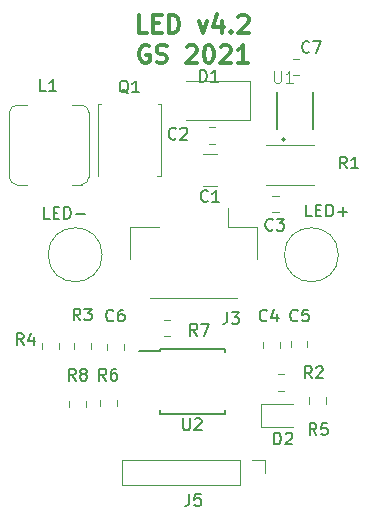
<source format=gbr>
%TF.GenerationSoftware,KiCad,Pcbnew,5.1.6+dfsg1-1*%
%TF.CreationDate,2021-04-16T09:38:54+02:00*%
%TF.ProjectId,buck_3a_v4,6275636b-5f33-4615-9f76-342e6b696361,rev?*%
%TF.SameCoordinates,Original*%
%TF.FileFunction,Legend,Top*%
%TF.FilePolarity,Positive*%
%FSLAX46Y46*%
G04 Gerber Fmt 4.6, Leading zero omitted, Abs format (unit mm)*
G04 Created by KiCad (PCBNEW 5.1.6+dfsg1-1) date 2021-04-16 09:38:54*
%MOMM*%
%LPD*%
G01*
G04 APERTURE LIST*
%ADD10C,0.300000*%
%ADD11C,0.120000*%
%ADD12C,0.150000*%
%ADD13C,0.127000*%
%ADD14C,0.200000*%
%ADD15C,0.015000*%
G04 APERTURE END LIST*
D10*
X46107142Y-31203571D02*
X45392857Y-31203571D01*
X45392857Y-29703571D01*
X46607142Y-30417857D02*
X47107142Y-30417857D01*
X47321428Y-31203571D02*
X46607142Y-31203571D01*
X46607142Y-29703571D01*
X47321428Y-29703571D01*
X47964285Y-31203571D02*
X47964285Y-29703571D01*
X48321428Y-29703571D01*
X48535714Y-29775000D01*
X48678571Y-29917857D01*
X48750000Y-30060714D01*
X48821428Y-30346428D01*
X48821428Y-30560714D01*
X48750000Y-30846428D01*
X48678571Y-30989285D01*
X48535714Y-31132142D01*
X48321428Y-31203571D01*
X47964285Y-31203571D01*
X50464285Y-30203571D02*
X50821428Y-31203571D01*
X51178571Y-30203571D01*
X52392857Y-30203571D02*
X52392857Y-31203571D01*
X52035714Y-29632142D02*
X51678571Y-30703571D01*
X52607142Y-30703571D01*
X53178571Y-31060714D02*
X53250000Y-31132142D01*
X53178571Y-31203571D01*
X53107142Y-31132142D01*
X53178571Y-31060714D01*
X53178571Y-31203571D01*
X53821428Y-29846428D02*
X53892857Y-29775000D01*
X54035714Y-29703571D01*
X54392857Y-29703571D01*
X54535714Y-29775000D01*
X54607142Y-29846428D01*
X54678571Y-29989285D01*
X54678571Y-30132142D01*
X54607142Y-30346428D01*
X53750000Y-31203571D01*
X54678571Y-31203571D01*
X46250000Y-32325000D02*
X46107142Y-32253571D01*
X45892857Y-32253571D01*
X45678571Y-32325000D01*
X45535714Y-32467857D01*
X45464285Y-32610714D01*
X45392857Y-32896428D01*
X45392857Y-33110714D01*
X45464285Y-33396428D01*
X45535714Y-33539285D01*
X45678571Y-33682142D01*
X45892857Y-33753571D01*
X46035714Y-33753571D01*
X46250000Y-33682142D01*
X46321428Y-33610714D01*
X46321428Y-33110714D01*
X46035714Y-33110714D01*
X46892857Y-33682142D02*
X47107142Y-33753571D01*
X47464285Y-33753571D01*
X47607142Y-33682142D01*
X47678571Y-33610714D01*
X47750000Y-33467857D01*
X47750000Y-33325000D01*
X47678571Y-33182142D01*
X47607142Y-33110714D01*
X47464285Y-33039285D01*
X47178571Y-32967857D01*
X47035714Y-32896428D01*
X46964285Y-32825000D01*
X46892857Y-32682142D01*
X46892857Y-32539285D01*
X46964285Y-32396428D01*
X47035714Y-32325000D01*
X47178571Y-32253571D01*
X47535714Y-32253571D01*
X47750000Y-32325000D01*
X49464285Y-32396428D02*
X49535714Y-32325000D01*
X49678571Y-32253571D01*
X50035714Y-32253571D01*
X50178571Y-32325000D01*
X50250000Y-32396428D01*
X50321428Y-32539285D01*
X50321428Y-32682142D01*
X50250000Y-32896428D01*
X49392857Y-33753571D01*
X50321428Y-33753571D01*
X51250000Y-32253571D02*
X51392857Y-32253571D01*
X51535714Y-32325000D01*
X51607142Y-32396428D01*
X51678571Y-32539285D01*
X51750000Y-32825000D01*
X51750000Y-33182142D01*
X51678571Y-33467857D01*
X51607142Y-33610714D01*
X51535714Y-33682142D01*
X51392857Y-33753571D01*
X51250000Y-33753571D01*
X51107142Y-33682142D01*
X51035714Y-33610714D01*
X50964285Y-33467857D01*
X50892857Y-33182142D01*
X50892857Y-32825000D01*
X50964285Y-32539285D01*
X51035714Y-32396428D01*
X51107142Y-32325000D01*
X51250000Y-32253571D01*
X52321428Y-32396428D02*
X52392857Y-32325000D01*
X52535714Y-32253571D01*
X52892857Y-32253571D01*
X53035714Y-32325000D01*
X53107142Y-32396428D01*
X53178571Y-32539285D01*
X53178571Y-32682142D01*
X53107142Y-32896428D01*
X52250000Y-33753571D01*
X53178571Y-33753571D01*
X54607142Y-33753571D02*
X53750000Y-33753571D01*
X54178571Y-33753571D02*
X54178571Y-32253571D01*
X54035714Y-32467857D01*
X53892857Y-32610714D01*
X53750000Y-32682142D01*
D11*
%TO.C,R8*%
X39490000Y-62341422D02*
X39490000Y-62858578D01*
X40910000Y-62341422D02*
X40910000Y-62858578D01*
%TO.C,C3*%
X56703922Y-46410000D02*
X57221078Y-46410000D01*
X56703922Y-44990000D02*
X57221078Y-44990000D01*
%TO.C,C7*%
X58441422Y-34810000D02*
X58958578Y-34810000D01*
X58441422Y-33390000D02*
X58958578Y-33390000D01*
%TO.C,C1*%
X52002064Y-41440000D02*
X50797936Y-41440000D01*
X52002064Y-44160000D02*
X50797936Y-44160000D01*
%TO.C,L1*%
X41160000Y-37950000D02*
X41160000Y-43450000D01*
X40550000Y-44060000D02*
X39700000Y-44060000D01*
X39700000Y-37340000D02*
X40550000Y-37340000D01*
X35050000Y-37340000D02*
X35900000Y-37340000D01*
X34440000Y-43450000D02*
X34440000Y-37950000D01*
X35900000Y-44060000D02*
X35050000Y-44060000D01*
X40550000Y-37340000D02*
G75*
G02*
X41160000Y-37950000I0J-610000D01*
G01*
X41160000Y-43450000D02*
G75*
G02*
X40550000Y-44060000I-610000J0D01*
G01*
X34440000Y-37950000D02*
G75*
G02*
X35050000Y-37340000I610000J0D01*
G01*
X35050000Y-44060000D02*
G75*
G02*
X34440000Y-43450000I0J610000D01*
G01*
%TO.C,D1*%
X54800000Y-38550000D02*
X49400000Y-38550000D01*
X54800000Y-35250000D02*
X49400000Y-35250000D01*
X54800000Y-38550000D02*
X54800000Y-35250000D01*
%TO.C,C6*%
X42690000Y-58058578D02*
X42690000Y-57541422D01*
X44110000Y-58058578D02*
X44110000Y-57541422D01*
%TO.C,LED+*%
X62286000Y-50000000D02*
G75*
G03*
X62286000Y-50000000I-2286000J0D01*
G01*
%TO.C,LED-*%
X42286000Y-50000000D02*
G75*
G03*
X42286000Y-50000000I-2286000J0D01*
G01*
%TO.C,J3*%
X53690000Y-53660000D02*
X46310000Y-53660000D01*
X44640000Y-47640000D02*
X47090000Y-47640000D01*
X44640000Y-50390000D02*
X44640000Y-47640000D01*
X52910000Y-47640000D02*
X52910000Y-46050000D01*
X55360000Y-47640000D02*
X52910000Y-47640000D01*
X55360000Y-50390000D02*
X55360000Y-47640000D01*
%TO.C,J5*%
X56056000Y-67406000D02*
X56056000Y-68466000D01*
X54996000Y-67406000D02*
X56056000Y-67406000D01*
X53996000Y-67406000D02*
X53996000Y-69526000D01*
X53996000Y-69526000D02*
X43936000Y-69526000D01*
X53996000Y-67406000D02*
X43936000Y-67406000D01*
X43936000Y-67406000D02*
X43936000Y-69526000D01*
D12*
%TO.C,U2*%
X47146000Y-58166000D02*
X45396000Y-58166000D01*
X47146000Y-63471000D02*
X52646000Y-63471000D01*
X47146000Y-57961000D02*
X52646000Y-57961000D01*
X47146000Y-63471000D02*
X47146000Y-63171000D01*
X52646000Y-63471000D02*
X52646000Y-63171000D01*
X52646000Y-57961000D02*
X52646000Y-58261000D01*
X47146000Y-57961000D02*
X47146000Y-58166000D01*
D13*
%TO.C,U1*%
X60150000Y-39350000D02*
X60150000Y-36250000D01*
X57050000Y-39350000D02*
X57050000Y-36250000D01*
D14*
X57750000Y-40245000D02*
G75*
G03*
X57750000Y-40245000I-100000J0D01*
G01*
D11*
%TO.C,R7*%
X47541422Y-56910000D02*
X48058578Y-56910000D01*
X47541422Y-55490000D02*
X48058578Y-55490000D01*
%TO.C,R6*%
X43556000Y-62837078D02*
X43556000Y-62319922D01*
X42136000Y-62837078D02*
X42136000Y-62319922D01*
%TO.C,R5*%
X61210000Y-62596078D02*
X61210000Y-62078922D01*
X59790000Y-62596078D02*
X59790000Y-62078922D01*
%TO.C,R4*%
X38656000Y-57974578D02*
X38656000Y-57457422D01*
X37236000Y-57974578D02*
X37236000Y-57457422D01*
%TO.C,R3*%
X39886000Y-57457422D02*
X39886000Y-57974578D01*
X41306000Y-57457422D02*
X41306000Y-57974578D01*
%TO.C,R2*%
X57704578Y-60106000D02*
X57187422Y-60106000D01*
X57704578Y-61526000D02*
X57187422Y-61526000D01*
%TO.C,R1*%
X60252064Y-40690000D02*
X56147936Y-40690000D01*
X60252064Y-44110000D02*
X56147936Y-44110000D01*
%TO.C,Q1*%
X42215000Y-37240000D02*
X41915000Y-37240000D01*
X46985000Y-37240000D02*
X47285000Y-37240000D01*
X46935000Y-43360000D02*
X47285000Y-43360000D01*
X41915000Y-37240000D02*
X41915000Y-43360000D01*
X47285000Y-37240000D02*
X47285000Y-43360000D01*
%TO.C,D2*%
X55752500Y-64560000D02*
X58437500Y-64560000D01*
X55752500Y-62640000D02*
X55752500Y-64560000D01*
X58437500Y-62640000D02*
X55752500Y-62640000D01*
%TO.C,C5*%
X59656000Y-57837078D02*
X59656000Y-57319922D01*
X58236000Y-57837078D02*
X58236000Y-57319922D01*
%TO.C,C4*%
X57356000Y-57874578D02*
X57356000Y-57357422D01*
X55936000Y-57874578D02*
X55936000Y-57357422D01*
%TO.C,C2*%
X51858578Y-39190000D02*
X51341422Y-39190000D01*
X51858578Y-40610000D02*
X51341422Y-40610000D01*
%TO.C,R8*%
D12*
X40033333Y-60652380D02*
X39700000Y-60176190D01*
X39461904Y-60652380D02*
X39461904Y-59652380D01*
X39842857Y-59652380D01*
X39938095Y-59700000D01*
X39985714Y-59747619D01*
X40033333Y-59842857D01*
X40033333Y-59985714D01*
X39985714Y-60080952D01*
X39938095Y-60128571D01*
X39842857Y-60176190D01*
X39461904Y-60176190D01*
X40604761Y-60080952D02*
X40509523Y-60033333D01*
X40461904Y-59985714D01*
X40414285Y-59890476D01*
X40414285Y-59842857D01*
X40461904Y-59747619D01*
X40509523Y-59700000D01*
X40604761Y-59652380D01*
X40795238Y-59652380D01*
X40890476Y-59700000D01*
X40938095Y-59747619D01*
X40985714Y-59842857D01*
X40985714Y-59890476D01*
X40938095Y-59985714D01*
X40890476Y-60033333D01*
X40795238Y-60080952D01*
X40604761Y-60080952D01*
X40509523Y-60128571D01*
X40461904Y-60176190D01*
X40414285Y-60271428D01*
X40414285Y-60461904D01*
X40461904Y-60557142D01*
X40509523Y-60604761D01*
X40604761Y-60652380D01*
X40795238Y-60652380D01*
X40890476Y-60604761D01*
X40938095Y-60557142D01*
X40985714Y-60461904D01*
X40985714Y-60271428D01*
X40938095Y-60176190D01*
X40890476Y-60128571D01*
X40795238Y-60080952D01*
%TO.C,C3*%
X56733333Y-47857142D02*
X56685714Y-47904761D01*
X56542857Y-47952380D01*
X56447619Y-47952380D01*
X56304761Y-47904761D01*
X56209523Y-47809523D01*
X56161904Y-47714285D01*
X56114285Y-47523809D01*
X56114285Y-47380952D01*
X56161904Y-47190476D01*
X56209523Y-47095238D01*
X56304761Y-47000000D01*
X56447619Y-46952380D01*
X56542857Y-46952380D01*
X56685714Y-47000000D01*
X56733333Y-47047619D01*
X57066666Y-46952380D02*
X57685714Y-46952380D01*
X57352380Y-47333333D01*
X57495238Y-47333333D01*
X57590476Y-47380952D01*
X57638095Y-47428571D01*
X57685714Y-47523809D01*
X57685714Y-47761904D01*
X57638095Y-47857142D01*
X57590476Y-47904761D01*
X57495238Y-47952380D01*
X57209523Y-47952380D01*
X57114285Y-47904761D01*
X57066666Y-47857142D01*
%TO.C,C7*%
X59833333Y-32807142D02*
X59785714Y-32854761D01*
X59642857Y-32902380D01*
X59547619Y-32902380D01*
X59404761Y-32854761D01*
X59309523Y-32759523D01*
X59261904Y-32664285D01*
X59214285Y-32473809D01*
X59214285Y-32330952D01*
X59261904Y-32140476D01*
X59309523Y-32045238D01*
X59404761Y-31950000D01*
X59547619Y-31902380D01*
X59642857Y-31902380D01*
X59785714Y-31950000D01*
X59833333Y-31997619D01*
X60166666Y-31902380D02*
X60833333Y-31902380D01*
X60404761Y-32902380D01*
%TO.C,C1*%
X51233333Y-45437142D02*
X51185714Y-45484761D01*
X51042857Y-45532380D01*
X50947619Y-45532380D01*
X50804761Y-45484761D01*
X50709523Y-45389523D01*
X50661904Y-45294285D01*
X50614285Y-45103809D01*
X50614285Y-44960952D01*
X50661904Y-44770476D01*
X50709523Y-44675238D01*
X50804761Y-44580000D01*
X50947619Y-44532380D01*
X51042857Y-44532380D01*
X51185714Y-44580000D01*
X51233333Y-44627619D01*
X52185714Y-45532380D02*
X51614285Y-45532380D01*
X51900000Y-45532380D02*
X51900000Y-44532380D01*
X51804761Y-44675238D01*
X51709523Y-44770476D01*
X51614285Y-44818095D01*
%TO.C,L1*%
X37533333Y-36152380D02*
X37057142Y-36152380D01*
X37057142Y-35152380D01*
X38390476Y-36152380D02*
X37819047Y-36152380D01*
X38104761Y-36152380D02*
X38104761Y-35152380D01*
X38009523Y-35295238D01*
X37914285Y-35390476D01*
X37819047Y-35438095D01*
%TO.C,D1*%
X50561904Y-35352380D02*
X50561904Y-34352380D01*
X50800000Y-34352380D01*
X50942857Y-34400000D01*
X51038095Y-34495238D01*
X51085714Y-34590476D01*
X51133333Y-34780952D01*
X51133333Y-34923809D01*
X51085714Y-35114285D01*
X51038095Y-35209523D01*
X50942857Y-35304761D01*
X50800000Y-35352380D01*
X50561904Y-35352380D01*
X52085714Y-35352380D02*
X51514285Y-35352380D01*
X51800000Y-35352380D02*
X51800000Y-34352380D01*
X51704761Y-34495238D01*
X51609523Y-34590476D01*
X51514285Y-34638095D01*
%TO.C,C6*%
X43233333Y-55557142D02*
X43185714Y-55604761D01*
X43042857Y-55652380D01*
X42947619Y-55652380D01*
X42804761Y-55604761D01*
X42709523Y-55509523D01*
X42661904Y-55414285D01*
X42614285Y-55223809D01*
X42614285Y-55080952D01*
X42661904Y-54890476D01*
X42709523Y-54795238D01*
X42804761Y-54700000D01*
X42947619Y-54652380D01*
X43042857Y-54652380D01*
X43185714Y-54700000D01*
X43233333Y-54747619D01*
X44090476Y-54652380D02*
X43900000Y-54652380D01*
X43804761Y-54700000D01*
X43757142Y-54747619D01*
X43661904Y-54890476D01*
X43614285Y-55080952D01*
X43614285Y-55461904D01*
X43661904Y-55557142D01*
X43709523Y-55604761D01*
X43804761Y-55652380D01*
X43995238Y-55652380D01*
X44090476Y-55604761D01*
X44138095Y-55557142D01*
X44185714Y-55461904D01*
X44185714Y-55223809D01*
X44138095Y-55128571D01*
X44090476Y-55080952D01*
X43995238Y-55033333D01*
X43804761Y-55033333D01*
X43709523Y-55080952D01*
X43661904Y-55128571D01*
X43614285Y-55223809D01*
%TO.C,LED+*%
X60038095Y-46752380D02*
X59561904Y-46752380D01*
X59561904Y-45752380D01*
X60371428Y-46228571D02*
X60704761Y-46228571D01*
X60847619Y-46752380D02*
X60371428Y-46752380D01*
X60371428Y-45752380D01*
X60847619Y-45752380D01*
X61276190Y-46752380D02*
X61276190Y-45752380D01*
X61514285Y-45752380D01*
X61657142Y-45800000D01*
X61752380Y-45895238D01*
X61800000Y-45990476D01*
X61847619Y-46180952D01*
X61847619Y-46323809D01*
X61800000Y-46514285D01*
X61752380Y-46609523D01*
X61657142Y-46704761D01*
X61514285Y-46752380D01*
X61276190Y-46752380D01*
X62276190Y-46371428D02*
X63038095Y-46371428D01*
X62657142Y-46752380D02*
X62657142Y-45990476D01*
%TO.C,LED-*%
X37838095Y-46952380D02*
X37361904Y-46952380D01*
X37361904Y-45952380D01*
X38171428Y-46428571D02*
X38504761Y-46428571D01*
X38647619Y-46952380D02*
X38171428Y-46952380D01*
X38171428Y-45952380D01*
X38647619Y-45952380D01*
X39076190Y-46952380D02*
X39076190Y-45952380D01*
X39314285Y-45952380D01*
X39457142Y-46000000D01*
X39552380Y-46095238D01*
X39600000Y-46190476D01*
X39647619Y-46380952D01*
X39647619Y-46523809D01*
X39600000Y-46714285D01*
X39552380Y-46809523D01*
X39457142Y-46904761D01*
X39314285Y-46952380D01*
X39076190Y-46952380D01*
X40076190Y-46571428D02*
X40838095Y-46571428D01*
%TO.C,J3*%
X52866666Y-54852380D02*
X52866666Y-55566666D01*
X52819047Y-55709523D01*
X52723809Y-55804761D01*
X52580952Y-55852380D01*
X52485714Y-55852380D01*
X53247619Y-54852380D02*
X53866666Y-54852380D01*
X53533333Y-55233333D01*
X53676190Y-55233333D01*
X53771428Y-55280952D01*
X53819047Y-55328571D01*
X53866666Y-55423809D01*
X53866666Y-55661904D01*
X53819047Y-55757142D01*
X53771428Y-55804761D01*
X53676190Y-55852380D01*
X53390476Y-55852380D01*
X53295238Y-55804761D01*
X53247619Y-55757142D01*
%TO.C,J5*%
X49666666Y-70252380D02*
X49666666Y-70966666D01*
X49619047Y-71109523D01*
X49523809Y-71204761D01*
X49380952Y-71252380D01*
X49285714Y-71252380D01*
X50619047Y-70252380D02*
X50142857Y-70252380D01*
X50095238Y-70728571D01*
X50142857Y-70680952D01*
X50238095Y-70633333D01*
X50476190Y-70633333D01*
X50571428Y-70680952D01*
X50619047Y-70728571D01*
X50666666Y-70823809D01*
X50666666Y-71061904D01*
X50619047Y-71157142D01*
X50571428Y-71204761D01*
X50476190Y-71252380D01*
X50238095Y-71252380D01*
X50142857Y-71204761D01*
X50095238Y-71157142D01*
%TO.C,U2*%
X49134095Y-63852380D02*
X49134095Y-64661904D01*
X49181714Y-64757142D01*
X49229333Y-64804761D01*
X49324571Y-64852380D01*
X49515047Y-64852380D01*
X49610285Y-64804761D01*
X49657904Y-64757142D01*
X49705523Y-64661904D01*
X49705523Y-63852380D01*
X50134095Y-63947619D02*
X50181714Y-63900000D01*
X50276952Y-63852380D01*
X50515047Y-63852380D01*
X50610285Y-63900000D01*
X50657904Y-63947619D01*
X50705523Y-64042857D01*
X50705523Y-64138095D01*
X50657904Y-64280952D01*
X50086476Y-64852380D01*
X50705523Y-64852380D01*
%TO.C,U1*%
D15*
X56838095Y-34452380D02*
X56838095Y-35261904D01*
X56885714Y-35357142D01*
X56933333Y-35404761D01*
X57028571Y-35452380D01*
X57219047Y-35452380D01*
X57314285Y-35404761D01*
X57361904Y-35357142D01*
X57409523Y-35261904D01*
X57409523Y-34452380D01*
X58409523Y-35452380D02*
X57838095Y-35452380D01*
X58123809Y-35452380D02*
X58123809Y-34452380D01*
X58028571Y-34595238D01*
X57933333Y-34690476D01*
X57838095Y-34738095D01*
%TO.C,R7*%
D12*
X50333333Y-56852380D02*
X50000000Y-56376190D01*
X49761904Y-56852380D02*
X49761904Y-55852380D01*
X50142857Y-55852380D01*
X50238095Y-55900000D01*
X50285714Y-55947619D01*
X50333333Y-56042857D01*
X50333333Y-56185714D01*
X50285714Y-56280952D01*
X50238095Y-56328571D01*
X50142857Y-56376190D01*
X49761904Y-56376190D01*
X50666666Y-55852380D02*
X51333333Y-55852380D01*
X50904761Y-56852380D01*
%TO.C,R6*%
X42633333Y-60652380D02*
X42300000Y-60176190D01*
X42061904Y-60652380D02*
X42061904Y-59652380D01*
X42442857Y-59652380D01*
X42538095Y-59700000D01*
X42585714Y-59747619D01*
X42633333Y-59842857D01*
X42633333Y-59985714D01*
X42585714Y-60080952D01*
X42538095Y-60128571D01*
X42442857Y-60176190D01*
X42061904Y-60176190D01*
X43490476Y-59652380D02*
X43300000Y-59652380D01*
X43204761Y-59700000D01*
X43157142Y-59747619D01*
X43061904Y-59890476D01*
X43014285Y-60080952D01*
X43014285Y-60461904D01*
X43061904Y-60557142D01*
X43109523Y-60604761D01*
X43204761Y-60652380D01*
X43395238Y-60652380D01*
X43490476Y-60604761D01*
X43538095Y-60557142D01*
X43585714Y-60461904D01*
X43585714Y-60223809D01*
X43538095Y-60128571D01*
X43490476Y-60080952D01*
X43395238Y-60033333D01*
X43204761Y-60033333D01*
X43109523Y-60080952D01*
X43061904Y-60128571D01*
X43014285Y-60223809D01*
%TO.C,R5*%
X60433333Y-65252380D02*
X60100000Y-64776190D01*
X59861904Y-65252380D02*
X59861904Y-64252380D01*
X60242857Y-64252380D01*
X60338095Y-64300000D01*
X60385714Y-64347619D01*
X60433333Y-64442857D01*
X60433333Y-64585714D01*
X60385714Y-64680952D01*
X60338095Y-64728571D01*
X60242857Y-64776190D01*
X59861904Y-64776190D01*
X61338095Y-64252380D02*
X60861904Y-64252380D01*
X60814285Y-64728571D01*
X60861904Y-64680952D01*
X60957142Y-64633333D01*
X61195238Y-64633333D01*
X61290476Y-64680952D01*
X61338095Y-64728571D01*
X61385714Y-64823809D01*
X61385714Y-65061904D01*
X61338095Y-65157142D01*
X61290476Y-65204761D01*
X61195238Y-65252380D01*
X60957142Y-65252380D01*
X60861904Y-65204761D01*
X60814285Y-65157142D01*
%TO.C,R4*%
X35633333Y-57652380D02*
X35300000Y-57176190D01*
X35061904Y-57652380D02*
X35061904Y-56652380D01*
X35442857Y-56652380D01*
X35538095Y-56700000D01*
X35585714Y-56747619D01*
X35633333Y-56842857D01*
X35633333Y-56985714D01*
X35585714Y-57080952D01*
X35538095Y-57128571D01*
X35442857Y-57176190D01*
X35061904Y-57176190D01*
X36490476Y-56985714D02*
X36490476Y-57652380D01*
X36252380Y-56604761D02*
X36014285Y-57319047D01*
X36633333Y-57319047D01*
%TO.C,R3*%
X40433333Y-55552380D02*
X40100000Y-55076190D01*
X39861904Y-55552380D02*
X39861904Y-54552380D01*
X40242857Y-54552380D01*
X40338095Y-54600000D01*
X40385714Y-54647619D01*
X40433333Y-54742857D01*
X40433333Y-54885714D01*
X40385714Y-54980952D01*
X40338095Y-55028571D01*
X40242857Y-55076190D01*
X39861904Y-55076190D01*
X40766666Y-54552380D02*
X41385714Y-54552380D01*
X41052380Y-54933333D01*
X41195238Y-54933333D01*
X41290476Y-54980952D01*
X41338095Y-55028571D01*
X41385714Y-55123809D01*
X41385714Y-55361904D01*
X41338095Y-55457142D01*
X41290476Y-55504761D01*
X41195238Y-55552380D01*
X40909523Y-55552380D01*
X40814285Y-55504761D01*
X40766666Y-55457142D01*
%TO.C,R2*%
X60033333Y-60452380D02*
X59700000Y-59976190D01*
X59461904Y-60452380D02*
X59461904Y-59452380D01*
X59842857Y-59452380D01*
X59938095Y-59500000D01*
X59985714Y-59547619D01*
X60033333Y-59642857D01*
X60033333Y-59785714D01*
X59985714Y-59880952D01*
X59938095Y-59928571D01*
X59842857Y-59976190D01*
X59461904Y-59976190D01*
X60414285Y-59547619D02*
X60461904Y-59500000D01*
X60557142Y-59452380D01*
X60795238Y-59452380D01*
X60890476Y-59500000D01*
X60938095Y-59547619D01*
X60985714Y-59642857D01*
X60985714Y-59738095D01*
X60938095Y-59880952D01*
X60366666Y-60452380D01*
X60985714Y-60452380D01*
%TO.C,R1*%
X63013333Y-42688380D02*
X62680000Y-42212190D01*
X62441904Y-42688380D02*
X62441904Y-41688380D01*
X62822857Y-41688380D01*
X62918095Y-41736000D01*
X62965714Y-41783619D01*
X63013333Y-41878857D01*
X63013333Y-42021714D01*
X62965714Y-42116952D01*
X62918095Y-42164571D01*
X62822857Y-42212190D01*
X62441904Y-42212190D01*
X63965714Y-42688380D02*
X63394285Y-42688380D01*
X63680000Y-42688380D02*
X63680000Y-41688380D01*
X63584761Y-41831238D01*
X63489523Y-41926476D01*
X63394285Y-41974095D01*
%TO.C,Q1*%
X44504761Y-36347619D02*
X44409523Y-36300000D01*
X44314285Y-36204761D01*
X44171428Y-36061904D01*
X44076190Y-36014285D01*
X43980952Y-36014285D01*
X44028571Y-36252380D02*
X43933333Y-36204761D01*
X43838095Y-36109523D01*
X43790476Y-35919047D01*
X43790476Y-35585714D01*
X43838095Y-35395238D01*
X43933333Y-35300000D01*
X44028571Y-35252380D01*
X44219047Y-35252380D01*
X44314285Y-35300000D01*
X44409523Y-35395238D01*
X44457142Y-35585714D01*
X44457142Y-35919047D01*
X44409523Y-36109523D01*
X44314285Y-36204761D01*
X44219047Y-36252380D01*
X44028571Y-36252380D01*
X45409523Y-36252380D02*
X44838095Y-36252380D01*
X45123809Y-36252380D02*
X45123809Y-35252380D01*
X45028571Y-35395238D01*
X44933333Y-35490476D01*
X44838095Y-35538095D01*
%TO.C,D2*%
X56861904Y-66052380D02*
X56861904Y-65052380D01*
X57100000Y-65052380D01*
X57242857Y-65100000D01*
X57338095Y-65195238D01*
X57385714Y-65290476D01*
X57433333Y-65480952D01*
X57433333Y-65623809D01*
X57385714Y-65814285D01*
X57338095Y-65909523D01*
X57242857Y-66004761D01*
X57100000Y-66052380D01*
X56861904Y-66052380D01*
X57814285Y-65147619D02*
X57861904Y-65100000D01*
X57957142Y-65052380D01*
X58195238Y-65052380D01*
X58290476Y-65100000D01*
X58338095Y-65147619D01*
X58385714Y-65242857D01*
X58385714Y-65338095D01*
X58338095Y-65480952D01*
X57766666Y-66052380D01*
X58385714Y-66052380D01*
%TO.C,C5*%
X58833333Y-55557142D02*
X58785714Y-55604761D01*
X58642857Y-55652380D01*
X58547619Y-55652380D01*
X58404761Y-55604761D01*
X58309523Y-55509523D01*
X58261904Y-55414285D01*
X58214285Y-55223809D01*
X58214285Y-55080952D01*
X58261904Y-54890476D01*
X58309523Y-54795238D01*
X58404761Y-54700000D01*
X58547619Y-54652380D01*
X58642857Y-54652380D01*
X58785714Y-54700000D01*
X58833333Y-54747619D01*
X59738095Y-54652380D02*
X59261904Y-54652380D01*
X59214285Y-55128571D01*
X59261904Y-55080952D01*
X59357142Y-55033333D01*
X59595238Y-55033333D01*
X59690476Y-55080952D01*
X59738095Y-55128571D01*
X59785714Y-55223809D01*
X59785714Y-55461904D01*
X59738095Y-55557142D01*
X59690476Y-55604761D01*
X59595238Y-55652380D01*
X59357142Y-55652380D01*
X59261904Y-55604761D01*
X59214285Y-55557142D01*
%TO.C,C4*%
X56233333Y-55557142D02*
X56185714Y-55604761D01*
X56042857Y-55652380D01*
X55947619Y-55652380D01*
X55804761Y-55604761D01*
X55709523Y-55509523D01*
X55661904Y-55414285D01*
X55614285Y-55223809D01*
X55614285Y-55080952D01*
X55661904Y-54890476D01*
X55709523Y-54795238D01*
X55804761Y-54700000D01*
X55947619Y-54652380D01*
X56042857Y-54652380D01*
X56185714Y-54700000D01*
X56233333Y-54747619D01*
X57090476Y-54985714D02*
X57090476Y-55652380D01*
X56852380Y-54604761D02*
X56614285Y-55319047D01*
X57233333Y-55319047D01*
%TO.C,C2*%
X48533333Y-40157142D02*
X48485714Y-40204761D01*
X48342857Y-40252380D01*
X48247619Y-40252380D01*
X48104761Y-40204761D01*
X48009523Y-40109523D01*
X47961904Y-40014285D01*
X47914285Y-39823809D01*
X47914285Y-39680952D01*
X47961904Y-39490476D01*
X48009523Y-39395238D01*
X48104761Y-39300000D01*
X48247619Y-39252380D01*
X48342857Y-39252380D01*
X48485714Y-39300000D01*
X48533333Y-39347619D01*
X48914285Y-39347619D02*
X48961904Y-39300000D01*
X49057142Y-39252380D01*
X49295238Y-39252380D01*
X49390476Y-39300000D01*
X49438095Y-39347619D01*
X49485714Y-39442857D01*
X49485714Y-39538095D01*
X49438095Y-39680952D01*
X48866666Y-40252380D01*
X49485714Y-40252380D01*
%TD*%
M02*

</source>
